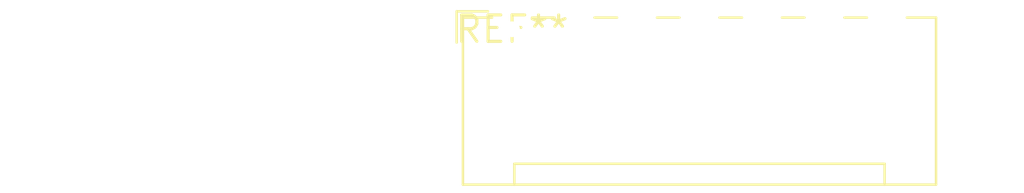
<source format=kicad_pcb>
(kicad_pcb (version 20240108) (generator pcbnew)
  (layers (0 "F.Cu" signal) (31 "B.Cu" signal) (34 "B.Paste" user) (35 "F.Paste" user) (36 "B.SilkS" user "B.Silkscreen") (37 "F.SilkS" user "F.Silkscreen") (38 "B.Mask" user) (39 "F.Mask" user) (44 "Edge.Cuts" user))
  (net 0 "")
  (footprint "JST_ZE_S13B-ZESK-2D_1x13_P1.50mm_Horizontal" (layer "F.Cu") (at 0 0)
    (property "Reference" "REF**")
    (property "Value" "JST_ZE_S13B-ZESK-2D_1x13_P1.50mm_Horizontal")
    (fp_line (start -2.66 -0.86) (end -1.16 -0.86) (layer "F.SilkS") (stroke (width 0.12)))
    (fp_line (start -2.66 0.64) (end -2.66 -0.86) (layer "F.SilkS") (stroke (width 0.12)))
    (fp_line (start -2.36 -0.56) (end -2.36 7.46) (layer "F.SilkS") (stroke (width 0.12)))
    (fp_line (start -2.36 7.46) (end 20.36 7.46) (layer "F.SilkS") (stroke (width 0.12)))
    (fp_line (start -0.96 -0.56) (end -2.36 -0.56) (layer "F.SilkS") (stroke (width 0.12)))
    (fp_line (start 0.11 6.46) (end 17.89 6.46) (layer "F.SilkS") (stroke (width 0.12)))
    (fp_line (start 0.11 7.46) (end 0.11 6.46) (layer "F.SilkS") (stroke (width 0.12)))
    (fp_line (start 0.96 -0.56) (end 2.04 -0.56) (layer "F.SilkS") (stroke (width 0.12)))
    (fp_line (start 3.96 -0.56) (end 5.04 -0.56) (layer "F.SilkS") (stroke (width 0.12)))
    (fp_line (start 6.96 -0.56) (end 8.04 -0.56) (layer "F.SilkS") (stroke (width 0.12)))
    (fp_line (start 9.96 -0.56) (end 11.04 -0.56) (layer "F.SilkS") (stroke (width 0.12)))
    (fp_line (start 12.96 -0.56) (end 14.04 -0.56) (layer "F.SilkS") (stroke (width 0.12)))
    (fp_line (start 15.96 -0.56) (end 17.04 -0.56) (layer "F.SilkS") (stroke (width 0.12)))
    (fp_line (start 17.89 6.46) (end 17.89 7.46) (layer "F.SilkS") (stroke (width 0.12)))
    (fp_line (start 20.36 -0.56) (end 18.96 -0.56) (layer "F.SilkS") (stroke (width 0.12)))
    (fp_line (start 20.36 7.46) (end 20.36 -0.56) (layer "F.SilkS") (stroke (width 0.12)))
    (pad "" np_thru_hole circle (at -1.55 1.85) (size 1.15 1.15) (drill 1.15) (layers *.Cu *.Mask))
    (pad "" np_thru_hole circle (at 19.55 1.85) (size 1.15 1.15) (drill 1.15) (layers *.Cu *.Mask))
    (pad "1" thru_hole roundrect (at 0 0) (size 1.4 1.75) (drill 0.75) (layers *.Cu *.Mask) (remove_unused_layers) (roundrect_rratio 0.178571))
    (pad "2" thru_hole oval (at 1.5 3.7) (size 1.4 1.75) (drill 0.75) (layers *.Cu *.Mask) (remove_unused_layers))
    (pad "3" thru_hole oval (at 3 0) (size 1.4 1.75) (drill 0.75) (layers *.Cu *.Mask) (remove_unused_layers))
    (pad "4" thru_hole oval (at 4.5 3.7) (size 1.4 1.75) (drill 0.75) (layers *.Cu *.Mask) (remove_unused_layers))
    (pad "5" thru_hole oval (at 6 0) (size 1.4 1.75) (drill 0.75) (layers *.Cu *.Mask) (remove_unused_layers))
    (pad "6" thru_hole oval (at 7.5 3.7) (size 1.4 1.75) (drill 0.75) (layers *.Cu *.Mask) (remove_unused_layers))
    (pad "7" thru_hole oval (at 9 0) (size 1.4 1.75) (drill 0.75) (layers *.Cu *.Mask) (remove_unused_layers))
    (pad "8" thru_hole oval (at 10.5 3.7) (size 1.4 1.75) (drill 0.75) (layers *.Cu *.Mask) (remove_unused_layers))
    (pad "9" thru_hole oval (at 12 0) (size 1.4 1.75) (drill 0.75) (layers *.Cu *.Mask) (remove_unused_layers))
    (pad "10" thru_hole oval (at 13.5 3.7) (size 1.4 1.75) (drill 0.75) (layers *.Cu *.Mask) (remove_unused_layers))
    (pad "11" thru_hole oval (at 15 0) (size 1.4 1.75) (drill 0.75) (layers *.Cu *.Mask) (remove_unused_layers))
    (pad "12" thru_hole oval (at 16.5 3.7) (size 1.4 1.75) (drill 0.75) (layers *.Cu *.Mask) (remove_unused_layers))
    (pad "13" thru_hole oval (at 18 0) (size 1.4 1.75) (drill 0.75) (layers *.Cu *.Mask) (remove_unused_layers))
  )
)
</source>
